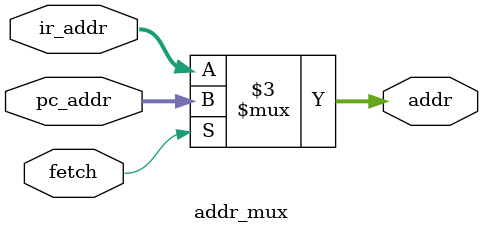
<source format=v>
/*
 * Choose the output, from PC address or data/port address.
 * Read the instruction from ROM on the fore, and output the PC address
 * Read/Write the RAM or port on the later, whose address is given by instruction.
 * The signal fetch is given by clk_gen.
 */
module addr_mux(
    input               fetch,
    input       [12:0]  pc_addr,    // 8K Bytes
    input       [12:0]  ir_addr,    // 8K Bytes
    output reg  [12:0]  addr        // 8K Bytes
);

    always @(*) begin
        if (fetch)
            addr = pc_addr;
        else
            addr = ir_addr;
    end

endmodule 
</source>
